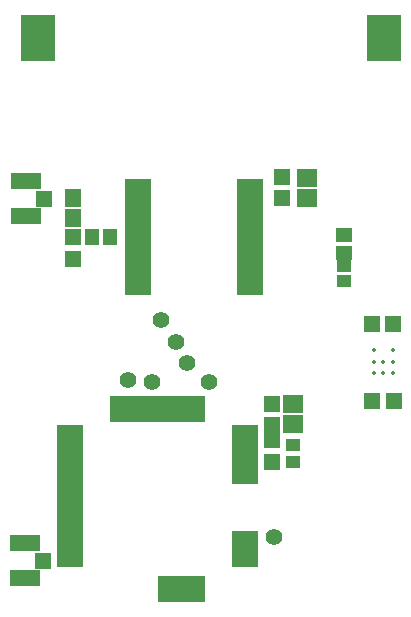
<source format=gtp>
G04*
G04 #@! TF.GenerationSoftware,Altium Limited,Altium Designer,20.2.7 (254)*
G04*
G04 Layer_Color=8421504*
%FSLAX44Y44*%
%MOMM*%
G71*
G04*
G04 #@! TF.SameCoordinates,3AAC9187-E8BA-4CE9-B87A-6CD4D1A61E21*
G04*
G04*
G04 #@! TF.FilePolarity,Positive*
G04*
G01*
G75*
%ADD14C,0.3400*%
%ADD15R,1.4000X1.4500*%
%ADD16R,1.4000X1.2000*%
%ADD17R,1.2000X1.4000*%
%ADD18R,2.2000X1.1000*%
%ADD19R,2.2000X1.2000*%
%ADD20C,1.4000*%
%ADD21R,1.2000X1.0000*%
%ADD22R,1.4500X1.4000*%
%ADD23R,2.6000X1.4500*%
%ADD24R,1.1000X2.2000*%
%ADD25R,1.4500X1.4000*%
%ADD26R,1.3000X1.1000*%
%ADD27R,1.8000X1.6000*%
%ADD28R,3.0000X3.9600*%
%ADD29R,1.4800X1.6200*%
D14*
X2224912Y1377790D02*
D03*
Y1367790D02*
D03*
Y1357790D02*
D03*
X2216912Y1367790D02*
D03*
X2216912Y1357790D02*
D03*
X2208912Y1377790D02*
D03*
Y1367790D02*
D03*
Y1357790D02*
D03*
D15*
X2207786Y1334102D02*
D03*
X2225786D02*
D03*
X2207658Y1399540D02*
D03*
X2225658D02*
D03*
D16*
X2183856Y1474958D02*
D03*
Y1459958D02*
D03*
D17*
X1970398Y1472946D02*
D03*
X1985398D02*
D03*
D18*
X2104356Y1428958D02*
D03*
Y1516958D02*
D03*
X2009356D02*
D03*
Y1428958D02*
D03*
X1952216Y1199058D02*
D03*
Y1209058D02*
D03*
Y1219058D02*
D03*
Y1229058D02*
D03*
Y1239058D02*
D03*
Y1249058D02*
D03*
Y1259058D02*
D03*
Y1269058D02*
D03*
Y1279058D02*
D03*
Y1289058D02*
D03*
Y1299058D02*
D03*
Y1309058D02*
D03*
X2100216Y1199058D02*
D03*
Y1209058D02*
D03*
Y1219058D02*
D03*
Y1269058D02*
D03*
Y1279058D02*
D03*
Y1289058D02*
D03*
Y1299058D02*
D03*
Y1309058D02*
D03*
D19*
X2104356Y1439958D02*
D03*
Y1450958D02*
D03*
Y1461958D02*
D03*
Y1472958D02*
D03*
Y1483958D02*
D03*
Y1494958D02*
D03*
Y1505958D02*
D03*
X2009356D02*
D03*
Y1494958D02*
D03*
Y1483958D02*
D03*
Y1472958D02*
D03*
Y1461958D02*
D03*
Y1450958D02*
D03*
Y1439958D02*
D03*
D20*
X2028856Y1403458D02*
D03*
X2051304Y1366266D02*
D03*
X2069846Y1350772D02*
D03*
X2001266Y1352550D02*
D03*
X2021078Y1350772D02*
D03*
X2041856Y1384458D02*
D03*
X2124650Y1218946D02*
D03*
D21*
X2183856Y1448958D02*
D03*
Y1435958D02*
D03*
D22*
X1929135Y1199134D02*
D03*
X1930151Y1505738D02*
D03*
D23*
X1913885Y1184384D02*
D03*
Y1213884D02*
D03*
X1914901Y1490988D02*
D03*
Y1520488D02*
D03*
D24*
X2031216Y1175058D02*
D03*
X2041216D02*
D03*
X2051216D02*
D03*
X2061216D02*
D03*
Y1328058D02*
D03*
X2051216D02*
D03*
X2041216D02*
D03*
X2031216D02*
D03*
X2021216D02*
D03*
X2011216D02*
D03*
X2001216D02*
D03*
X1991216D02*
D03*
D25*
X2123126Y1283088D02*
D03*
Y1301088D02*
D03*
X2122856Y1314338D02*
D03*
Y1332338D02*
D03*
X2131060Y1505966D02*
D03*
Y1523966D02*
D03*
X1954276Y1472946D02*
D03*
Y1454946D02*
D03*
D26*
X2140966Y1296954D02*
D03*
Y1282954D02*
D03*
D27*
X2140906Y1315348D02*
D03*
Y1332348D02*
D03*
X2152904Y1522966D02*
D03*
Y1505966D02*
D03*
D28*
X1924356Y1641958D02*
D03*
X2217356D02*
D03*
D29*
X1954356Y1506518D02*
D03*
Y1489718D02*
D03*
M02*

</source>
